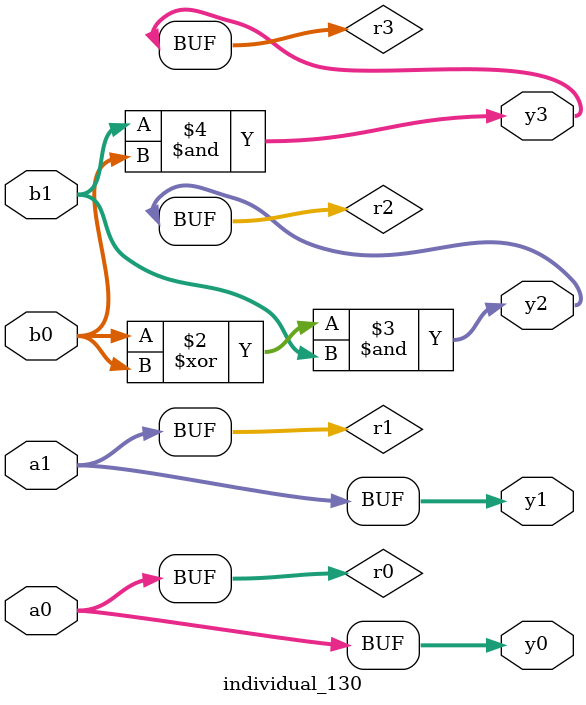
<source format=sv>
module individual_130(input logic [15:0] a1, input logic [15:0] a0, input logic [15:0] b1, input logic [15:0] b0, output logic [15:0] y3, output logic [15:0] y2, output logic [15:0] y1, output logic [15:0] y0);
logic [15:0] r0, r1, r2, r3; 
 always@(*) begin 
	 r0 = a0; r1 = a1; r2 = b0; r3 = b1; 
 	 r2  ^=  b0 ;
 	 r2  &=  b1 ;
 	 r3  &=  b0 ;
 	 y3 = r3; y2 = r2; y1 = r1; y0 = r0; 
end
endmodule
</source>
